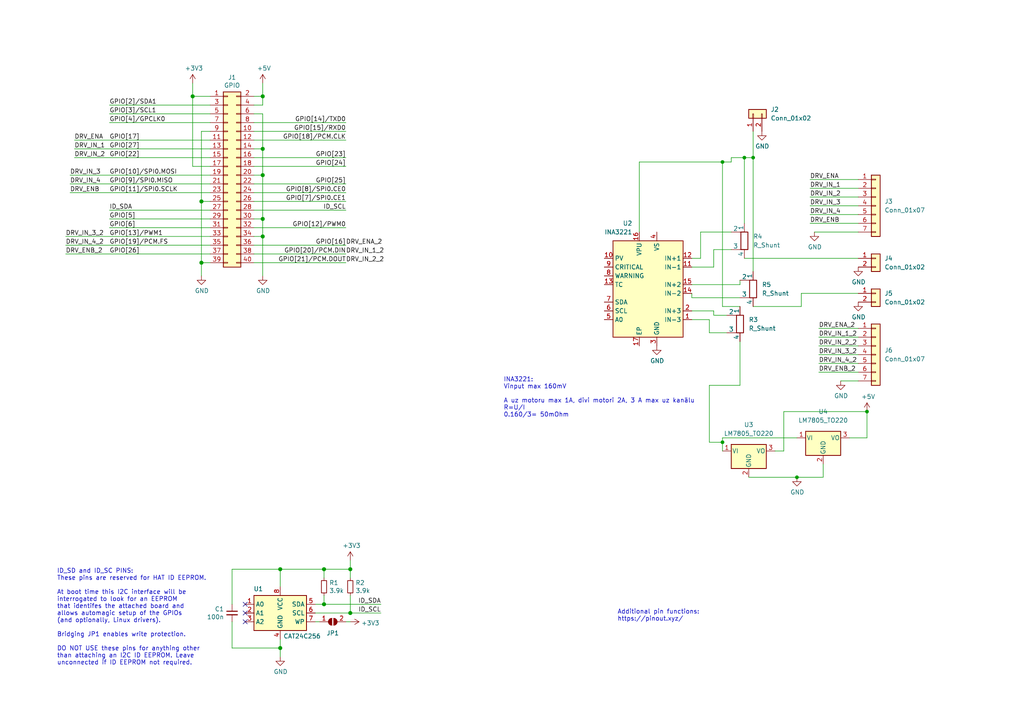
<source format=kicad_sch>
(kicad_sch (version 20211123) (generator eeschema)
  (paper "A4")
  (title_block (date "15 nov 2012"))
  (lib_symbols
    (symbol "Connector_Generic:Conn_01x02" (pin_names (offset 1.016) hide)
      (property "Reference" "J" (at 0 2.54 0))
      (property "Value" "Conn_01x02" (at 0 -5.08 0))
      (symbol "Conn_01x02_1_1"
        (rectangle (start -1.27 -2.413) (end 0 -2.667) (stroke (width 0.1524)))
        (rectangle (start -1.27 0.127) (end 0 -0.127) (stroke (width 0.1524)))
        (rectangle (start -1.27 1.27) (end 1.27 -3.81) (stroke (width 0.254)) (fill (type background)))
        (pin passive line (at -5.08 0 0) (length 3.81) (name "Pin_1") (number "1"))
        (pin passive line (at -5.08 -2.54 0) (length 3.81) (name "Pin_2") (number "2"))
      )
    )
    (symbol "Connector_Generic:Conn_01x07" (pin_names (offset 1.016) hide)
      (property "Reference" "J" (at 0 10.16 0))
      (property "Value" "Conn_01x07" (at 0 -10.16 0))
      (symbol "Conn_01x07_1_1"
        (rectangle (start -1.27 -7.493) (end 0 -7.747) (stroke (width 0.1524)))
        (rectangle (start -1.27 -4.953) (end 0 -5.207) (stroke (width 0.1524)))
        (rectangle (start -1.27 -2.413) (end 0 -2.667) (stroke (width 0.1524)))
        (rectangle (start -1.27 0.127) (end 0 -0.127) (stroke (width 0.1524)))
        (rectangle (start -1.27 2.667) (end 0 2.413) (stroke (width 0.1524)))
        (rectangle (start -1.27 5.207) (end 0 4.953) (stroke (width 0.1524)))
        (rectangle (start -1.27 7.747) (end 0 7.493) (stroke (width 0.1524)))
        (rectangle (start -1.27 8.89) (end 1.27 -8.89) (stroke (width 0.254)) (fill (type background)))
        (pin passive line (at -5.08 7.62 0) (length 3.81) (name "Pin_1") (number "1"))
        (pin passive line (at -5.08 5.08 0) (length 3.81) (name "Pin_2") (number "2"))
        (pin passive line (at -5.08 2.54 0) (length 3.81) (name "Pin_3") (number "3"))
        (pin passive line (at -5.08 0 0) (length 3.81) (name "Pin_4") (number "4"))
        (pin passive line (at -5.08 -2.54 0) (length 3.81) (name "Pin_5") (number "5"))
        (pin passive line (at -5.08 -5.08 0) (length 3.81) (name "Pin_6") (number "6"))
        (pin passive line (at -5.08 -7.62 0) (length 3.81) (name "Pin_7") (number "7"))
      )
    )
    (symbol "Connector_Generic:Conn_02x20_Odd_Even" (pin_names (offset 1.016) hide)
      (property "Reference" "J" (at 1.27 25.4 0))
      (property "Value" "Conn_02x20_Odd_Even" (at 1.27 -27.94 0))
      (symbol "Conn_02x20_Odd_Even_1_1"
        (rectangle (start -1.27 -25.273) (end 0 -25.527) (stroke (width 0.1524)))
        (rectangle (start -1.27 -22.733) (end 0 -22.987) (stroke (width 0.1524)))
        (rectangle (start -1.27 -20.193) (end 0 -20.447) (stroke (width 0.1524)))
        (rectangle (start -1.27 -17.653) (end 0 -17.907) (stroke (width 0.1524)))
        (rectangle (start -1.27 -15.113) (end 0 -15.367) (stroke (width 0.1524)))
        (rectangle (start -1.27 -12.573) (end 0 -12.827) (stroke (width 0.1524)))
        (rectangle (start -1.27 -10.033) (end 0 -10.287) (stroke (width 0.1524)))
        (rectangle (start -1.27 -7.493) (end 0 -7.747) (stroke (width 0.1524)))
        (rectangle (start -1.27 -4.953) (end 0 -5.207) (stroke (width 0.1524)))
        (rectangle (start -1.27 -2.413) (end 0 -2.667) (stroke (width 0.1524)))
        (rectangle (start -1.27 0.127) (end 0 -0.127) (stroke (width 0.1524)))
        (rectangle (start -1.27 2.667) (end 0 2.413) (stroke (width 0.1524)))
        (rectangle (start -1.27 5.207) (end 0 4.953) (stroke (width 0.1524)))
        (rectangle (start -1.27 7.747) (end 0 7.493) (stroke (width 0.1524)))
        (rectangle (start -1.27 10.287) (end 0 10.033) (stroke (width 0.1524)))
        (rectangle (start -1.27 12.827) (end 0 12.573) (stroke (width 0.1524)))
        (rectangle (start -1.27 15.367) (end 0 15.113) (stroke (width 0.1524)))
        (rectangle (start -1.27 17.907) (end 0 17.653) (stroke (width 0.1524)))
        (rectangle (start -1.27 20.447) (end 0 20.193) (stroke (width 0.1524)))
        (rectangle (start -1.27 22.987) (end 0 22.733) (stroke (width 0.1524)))
        (rectangle (start -1.27 24.13) (end 3.81 -26.67) (stroke (width 0.254)) (fill (type background)))
        (rectangle (start 3.81 -25.273) (end 2.54 -25.527) (stroke (width 0.1524)))
        (rectangle (start 3.81 -22.733) (end 2.54 -22.987) (stroke (width 0.1524)))
        (rectangle (start 3.81 -20.193) (end 2.54 -20.447) (stroke (width 0.1524)))
        (rectangle (start 3.81 -17.653) (end 2.54 -17.907) (stroke (width 0.1524)))
        (rectangle (start 3.81 -15.113) (end 2.54 -15.367) (stroke (width 0.1524)))
        (rectangle (start 3.81 -12.573) (end 2.54 -12.827) (stroke (width 0.1524)))
        (rectangle (start 3.81 -10.033) (end 2.54 -10.287) (stroke (width 0.1524)))
        (rectangle (start 3.81 -7.493) (end 2.54 -7.747) (stroke (width 0.1524)))
        (rectangle (start 3.81 -4.953) (end 2.54 -5.207) (stroke (width 0.1524)))
        (rectangle (start 3.81 -2.413) (end 2.54 -2.667) (stroke (width 0.1524)))
        (rectangle (start 3.81 0.127) (end 2.54 -0.127) (stroke (width 0.1524)))
        (rectangle (start 3.81 2.667) (end 2.54 2.413) (stroke (width 0.1524)))
        (rectangle (start 3.81 5.207) (end 2.54 4.953) (stroke (width 0.1524)))
        (rectangle (start 3.81 7.747) (end 2.54 7.493) (stroke (width 0.1524)))
        (rectangle (start 3.81 10.287) (end 2.54 10.033) (stroke (width 0.1524)))
        (rectangle (start 3.81 12.827) (end 2.54 12.573) (stroke (width 0.1524)))
        (rectangle (start 3.81 15.367) (end 2.54 15.113) (stroke (width 0.1524)))
        (rectangle (start 3.81 17.907) (end 2.54 17.653) (stroke (width 0.1524)))
        (rectangle (start 3.81 20.447) (end 2.54 20.193) (stroke (width 0.1524)))
        (rectangle (start 3.81 22.987) (end 2.54 22.733) (stroke (width 0.1524)))
        (pin passive line (at -5.08 22.86 0) (length 3.81) (name "Pin_1") (number "1"))
        (pin passive line (at 7.62 12.7 180) (length 3.81) (name "Pin_10") (number "10"))
        (pin passive line (at -5.08 10.16 0) (length 3.81) (name "Pin_11") (number "11"))
        (pin passive line (at 7.62 10.16 180) (length 3.81) (name "Pin_12") (number "12"))
        (pin passive line (at -5.08 7.62 0) (length 3.81) (name "Pin_13") (number "13"))
        (pin passive line (at 7.62 7.62 180) (length 3.81) (name "Pin_14") (number "14"))
        (pin passive line (at -5.08 5.08 0) (length 3.81) (name "Pin_15") (number "15"))
        (pin passive line (at 7.62 5.08 180) (length 3.81) (name "Pin_16") (number "16"))
        (pin passive line (at -5.08 2.54 0) (length 3.81) (name "Pin_17") (number "17"))
        (pin passive line (at 7.62 2.54 180) (length 3.81) (name "Pin_18") (number "18"))
        (pin passive line (at -5.08 0 0) (length 3.81) (name "Pin_19") (number "19"))
        (pin passive line (at 7.62 22.86 180) (length 3.81) (name "Pin_2") (number "2"))
        (pin passive line (at 7.62 0 180) (length 3.81) (name "Pin_20") (number "20"))
        (pin passive line (at -5.08 -2.54 0) (length 3.81) (name "Pin_21") (number "21"))
        (pin passive line (at 7.62 -2.54 180) (length 3.81) (name "Pin_22") (number "22"))
        (pin passive line (at -5.08 -5.08 0) (length 3.81) (name "Pin_23") (number "23"))
        (pin passive line (at 7.62 -5.08 180) (length 3.81) (name "Pin_24") (number "24"))
        (pin passive line (at -5.08 -7.62 0) (length 3.81) (name "Pin_25") (number "25"))
        (pin passive line (at 7.62 -7.62 180) (length 3.81) (name "Pin_26") (number "26"))
        (pin passive line (at -5.08 -10.16 0) (length 3.81) (name "Pin_27") (number "27"))
        (pin passive line (at 7.62 -10.16 180) (length 3.81) (name "Pin_28") (number "28"))
        (pin passive line (at -5.08 -12.7 0) (length 3.81) (name "Pin_29") (number "29"))
        (pin passive line (at -5.08 20.32 0) (length 3.81) (name "Pin_3") (number "3"))
        (pin passive line (at 7.62 -12.7 180) (length 3.81) (name "Pin_30") (number "30"))
        (pin passive line (at -5.08 -15.24 0) (length 3.81) (name "Pin_31") (number "31"))
        (pin passive line (at 7.62 -15.24 180) (length 3.81) (name "Pin_32") (number "32"))
        (pin passive line (at -5.08 -17.78 0) (length 3.81) (name "Pin_33") (number "33"))
        (pin passive line (at 7.62 -17.78 180) (length 3.81) (name "Pin_34") (number "34"))
        (pin passive line (at -5.08 -20.32 0) (length 3.81) (name "Pin_35") (number "35"))
        (pin passive line (at 7.62 -20.32 180) (length 3.81) (name "Pin_36") (number "36"))
        (pin passive line (at -5.08 -22.86 0) (length 3.81) (name "Pin_37") (number "37"))
        (pin passive line (at 7.62 -22.86 180) (length 3.81) (name "Pin_38") (number "38"))
        (pin passive line (at -5.08 -25.4 0) (length 3.81) (name "Pin_39") (number "39"))
        (pin passive line (at 7.62 20.32 180) (length 3.81) (name "Pin_4") (number "4"))
        (pin passive line (at 7.62 -25.4 180) (length 3.81) (name "Pin_40") (number "40"))
        (pin passive line (at -5.08 17.78 0) (length 3.81) (name "Pin_5") (number "5"))
        (pin passive line (at 7.62 17.78 180) (length 3.81) (name "Pin_6") (number "6"))
        (pin passive line (at -5.08 15.24 0) (length 3.81) (name "Pin_7") (number "7"))
        (pin passive line (at 7.62 15.24 180) (length 3.81) (name "Pin_8") (number "8"))
        (pin passive line (at -5.08 12.7 0) (length 3.81) (name "Pin_9") (number "9"))
      )
    )
    (symbol "Device:C_Small" (pin_numbers hide) (pin_names (offset 0.254) hide)
      (property "Reference" "C" (at 0.254 1.778 0))
      (property "Value" "C_Small" (at 0.254 -2.032 0))
      (symbol "C_Small_0_1"
        (polyline (pts (xy -1.524 -0.508) (xy 1.524 -0.508)) (stroke (width 0.3302)))
        (polyline (pts (xy -1.524 0.508) (xy 1.524 0.508)) (stroke (width 0.3048)))
      )
      (symbol "C_Small_1_1"
        (pin passive line (at 0 2.54 270) (length 2.032) (name "~") (number "1"))
        (pin passive line (at 0 -2.54 90) (length 2.032) (name "~") (number "2"))
      )
    )
    (symbol "Device:R_Shunt" (pin_numbers hide) (pin_names (offset 0))
      (property "Reference" "R" (at -4.445 0 90))
      (property "Value" "R_Shunt" (at -2.54 0 90))
      (symbol "R_Shunt_0_1"
        (rectangle (start -1.016 -2.54) (end 1.016 2.54) (stroke (width 0.254)))
        (polyline (pts (xy 0 -2.54) (xy 1.27 -2.54)))
        (polyline (pts (xy 1.27 2.54) (xy 0 2.54)))
      )
      (symbol "R_Shunt_1_1"
        (pin passive line (at 0 5.08 270) (length 2.54) (name "1") (number "1"))
        (pin passive line (at 3.81 2.54 180) (length 2.54) (name "2") (number "2"))
        (pin passive line (at 3.81 -2.54 180) (length 2.54) (name "3") (number "3"))
        (pin passive line (at 0 -5.08 90) (length 2.54) (name "4") (number "4"))
      )
    )
    (symbol "Device:R_Small" (pin_numbers hide) (pin_names (offset 0.254) hide)
      (property "Reference" "R" (at 0.762 0.508 0))
      (property "Value" "R_Small" (at 0.762 -1.016 0))
      (symbol "R_Small_0_1"
        (rectangle (start -0.762 1.778) (end 0.762 -1.778) (stroke (width 0.2032)))
      )
      (symbol "R_Small_1_1"
        (pin passive line (at 0 2.54 270) (length 0.762) (name "~") (number "1"))
        (pin passive line (at 0 -2.54 90) (length 0.762) (name "~") (number "2"))
      )
    )
    (symbol "Jumper:SolderJumper_2_Open" (pin_names (offset 0) hide)
      (property "Reference" "JP" (at 0 2.032 0))
      (property "Value" "SolderJumper_2_Open" (at 0 -2.54 0))
      (symbol "SolderJumper_2_Open_0_1"
        (arc (start -0.254 1.016) (mid -1.27 0) (end -0.254 -1.016))
        (arc (start -0.254 1.016) (mid -1.27 0) (end -0.254 -1.016) (fill (type outline)))
        (polyline (pts (xy -0.254 1.016) (xy -0.254 -1.016)))
        (polyline (pts (xy 0.254 1.016) (xy 0.254 -1.016)))
        (arc (start 0.254 -1.016) (mid 1.27 0) (end 0.254 1.016))
        (arc (start 0.254 -1.016) (mid 1.27 0) (end 0.254 1.016) (fill (type outline)))
      )
      (symbol "SolderJumper_2_Open_1_1"
        (pin passive line (at -3.81 0 0) (length 2.54) (name "A") (number "1"))
        (pin passive line (at 3.81 0 180) (length 2.54) (name "B") (number "2"))
      )
    )
    (symbol "Memory_EEPROM:CAT24C256"
      (property "Reference" "U" (at -6.35 6.35 0))
      (property "Value" "CAT24C256" (at 1.27 6.35 0))
      (symbol "CAT24C256_1_1"
        (rectangle (start -7.62 5.08) (end 7.62 -5.08) (stroke (width 0.254)) (fill (type background)))
        (pin input line (at -10.16 2.54 0) (length 2.54) (name "A0") (number "1"))
        (pin input line (at -10.16 0 0) (length 2.54) (name "A1") (number "2"))
        (pin input line (at -10.16 -2.54 0) (length 2.54) (name "A2") (number "3"))
        (pin power_in line (at 0 -7.62 90) (length 2.54) (name "GND") (number "4"))
        (pin bidirectional line (at 10.16 2.54 180) (length 2.54) (name "SDA") (number "5"))
        (pin input line (at 10.16 0 180) (length 2.54) (name "SCL") (number "6"))
        (pin input line (at 10.16 -2.54 180) (length 2.54) (name "WP") (number "7"))
        (pin power_in line (at 0 7.62 270) (length 2.54) (name "VCC") (number "8"))
      )
    )
    (symbol "Power_Management:INA3221"
      (property "Reference" "U" (at -10.16 17.78 0))
      (property "Value" "INA3221" (at 5.08 17.78 0))
      (symbol "INA3221_0_1"
        (rectangle (start 10.16 -12.7) (end -10.16 15.24) (stroke (width 0.254)) (fill (type background)))
      )
      (symbol "INA3221_1_1"
        (pin input line (at -12.7 -7.62 0) (length 2.54) (name "IN-3") (number "1"))
        (pin open_collector line (at 12.7 10.16 180) (length 2.54) (name "PV") (number "10"))
        (pin input line (at -12.7 7.62 0) (length 2.54) (name "IN-1") (number "11"))
        (pin input line (at -12.7 10.16 0) (length 2.54) (name "IN+1") (number "12"))
        (pin open_collector line (at 12.7 2.54 180) (length 2.54) (name "TC") (number "13"))
        (pin input line (at -12.7 0 0) (length 2.54) (name "IN-2") (number "14"))
        (pin input line (at -12.7 2.54 0) (length 2.54) (name "IN+2") (number "15"))
        (pin power_in line (at 2.54 17.78 270) (length 2.54) (name "VPU") (number "16"))
        (pin passive line (at 2.54 -15.24 90) (length 2.54) (name "EP") (number "17"))
        (pin input line (at -12.7 -5.08 0) (length 2.54) (name "IN+3") (number "2"))
        (pin power_in line (at -2.54 -15.24 90) (length 2.54) (name "GND") (number "3"))
        (pin power_in line (at -2.54 17.78 270) (length 2.54) (name "VS") (number "4"))
        (pin input line (at 12.7 -7.62 180) (length 2.54) (name "A0") (number "5"))
        (pin input line (at 12.7 -5.08 180) (length 2.54) (name "SCL") (number "6"))
        (pin bidirectional line (at 12.7 -2.54 180) (length 2.54) (name "SDA") (number "7"))
        (pin open_collector line (at 12.7 5.08 180) (length 2.54) (name "WARNING") (number "8"))
        (pin open_collector line (at 12.7 7.62 180) (length 2.54) (name "CRITICAL") (number "9"))
      )
    )
    (symbol "Regulator_Linear:LM7805_TO220" (pin_names (offset 0.254))
      (property "Reference" "U" (at -3.81 3.175 0))
      (property "Value" "LM7805_TO220" (at 0 3.175 0))
      (symbol "LM7805_TO220_0_1"
        (rectangle (start -5.08 1.905) (end 5.08 -5.08) (stroke (width 0.254)) (fill (type background)))
      )
      (symbol "LM7805_TO220_1_1"
        (pin power_in line (at -7.62 0 0) (length 2.54) (name "VI") (number "1"))
        (pin power_in line (at 0 -7.62 90) (length 2.54) (name "GND") (number "2"))
        (pin power_out line (at 7.62 0 180) (length 2.54) (name "VO") (number "3"))
      )
    )
    (symbol "power:+3.3V" (power) (pin_names (offset 0))
      (property "Value" "+3.3V" (at 0 3.556 0))
      (symbol "+3.3V_0_1"
        (polyline (pts (xy -0.762 1.27) (xy 0 2.54)))
        (polyline (pts (xy 0 0) (xy 0 2.54)))
        (polyline (pts (xy 0 2.54) (xy 0.762 1.27)))
      )
      (symbol "+3.3V_1_1"
        (pin power_in line (at 0 0 90) (length 0) hide (name "+3V3") (number "1"))
      )
    )
    (symbol "power:+5V" (power) (pin_names (offset 0))
      (property "Value" "+5V" (at 0 3.556 0))
      (symbol "+5V_0_1"
        (polyline (pts (xy -0.762 1.27) (xy 0 2.54)))
        (polyline (pts (xy 0 0) (xy 0 2.54)))
        (polyline (pts (xy 0 2.54) (xy 0.762 1.27)))
      )
      (symbol "+5V_1_1"
        (pin power_in line (at 0 0 90) (length 0) hide (name "+5V") (number "1"))
      )
    )
    (symbol "power:GND" (power) (pin_names (offset 0))
      (property "Value" "GND" (at 0 -3.81 0))
      (symbol "GND_0_1"
        (polyline (pts (xy 0 0) (xy 0 -1.27) (xy 1.27 -1.27) (xy 0 -2.54) (xy -1.27 -1.27) (xy 0 -1.27)))
      )
      (symbol "GND_1_1"
        (pin power_in line (at 0 0 270) (length 0) hide (name "GND") (number "1"))
      )
    )
  )
  (junction (at 93.98 175.26) (diameter 1.016))
  (junction (at 76.2 27.94) (diameter 1.016))
  (junction (at 81.28 187.96) (diameter 1.016))
  (junction (at 76.2 43.18) (diameter 1.016))
  (junction (at 81.28 165.1) (diameter 1.016))
  (junction (at 101.6 165.1) (diameter 1.016))
  (junction (at 209.55 46.99))
  (junction (at 231.14 138.43))
  (junction (at 215.9 45.72))
  (junction (at 58.42 76.2) (diameter 1.016))
  (junction (at 58.42 58.42) (diameter 1.016))
  (junction (at 251.46 119.38))
  (junction (at 76.2 68.58) (diameter 1.016))
  (junction (at 218.44 45.72))
  (junction (at 209.55 128.27))
  (junction (at 76.2 63.5) (diameter 1.016))
  (junction (at 76.2 50.8) (diameter 1.016))
  (junction (at 101.6 177.8) (diameter 1.016))
  (junction (at 55.88 27.94) (diameter 1.016))
  (junction (at 93.98 165.1) (diameter 1.016))
  (no_connect (at 71.12 175.26))
  (no_connect (at 71.12 177.8))
  (no_connect (at 71.12 180.34))
  (wire (pts (xy 58.42 58.42) (xy 58.42 76.2)))
  (wire (pts (xy 234.95 54.61) (xy 248.92 54.61)))
  (wire (pts (xy 73.66 58.42) (xy 100.33 58.42)))
  (wire (pts (xy 224.79 130.81) (xy 227.33 130.81)))
  (wire (pts (xy 237.49 102.87) (xy 248.92 102.87)))
  (wire (pts (xy 81.28 165.1) (xy 93.98 165.1)))
  (wire (pts (xy 101.6 165.1) (xy 93.98 165.1)))
  (wire (pts (xy 101.6 167.64) (xy 101.6 165.1)))
  (wire (pts (xy 212.09 45.72) (xy 215.9 45.72)))
  (wire (pts (xy 76.2 33.02) (xy 76.2 43.18)))
  (wire (pts (xy 243.84 110.49) (xy 248.92 110.49)))
  (wire (pts (xy 76.2 50.8) (xy 73.66 50.8)))
  (wire (pts (xy 227.33 130.81) (xy 227.33 119.38)))
  (wire (pts (xy 218.44 45.72) (xy 215.9 45.72)))
  (wire (pts (xy 203.2 74.93) (xy 203.2 67.31)))
  (wire (pts (xy 76.2 63.5) (xy 76.2 68.58)))
  (wire (pts (xy 205.74 128.27) (xy 209.55 128.27)))
  (wire (pts (xy 209.55 127) (xy 209.55 128.27)))
  (wire (pts (xy 215.9 74.93) (xy 248.92 74.93)))
  (wire (pts (xy 210.82 96.52) (xy 205.74 96.52)))
  (wire (pts (xy 76.2 50.8) (xy 76.2 63.5)))
  (wire (pts (xy 73.66 35.56) (xy 100.33 35.56)))
  (wire (pts (xy 58.42 38.1) (xy 58.42 58.42)))
  (wire (pts (xy 91.44 175.26) (xy 93.98 175.26)))
  (wire (pts (xy 93.98 175.26) (xy 110.49 175.26)))
  (wire (pts (xy 237.49 97.79) (xy 248.92 97.79)))
  (wire (pts (xy 58.42 38.1) (xy 60.96 38.1)))
  (wire (pts (xy 91.44 180.34) (xy 92.71 180.34)))
  (wire (pts (xy 100.33 180.34) (xy 101.6 180.34)))
  (wire (pts (xy 73.66 55.88) (xy 100.33 55.88)))
  (wire (pts (xy 238.76 134.62) (xy 238.76 138.43)))
  (wire (pts (xy 60.96 60.96) (xy 31.75 60.96)))
  (wire (pts (xy 207.01 91.44) (xy 210.82 91.44)))
  (wire (pts (xy 251.46 119.38) (xy 251.46 127)))
  (wire (pts (xy 31.75 63.5) (xy 60.96 63.5)))
  (wire (pts (xy 209.55 46.99) (xy 209.55 88.9)))
  (wire (pts (xy 200.66 74.93) (xy 203.2 74.93)))
  (wire (pts (xy 215.9 45.72) (xy 215.9 64.77)))
  (wire (pts (xy 205.74 111.76) (xy 205.74 128.27)))
  (wire (pts (xy 58.42 58.42) (xy 60.96 58.42)))
  (wire (pts (xy 101.6 162.56) (xy 101.6 165.1)))
  (wire (pts (xy 200.66 82.55) (xy 214.63 82.55)))
  (wire (pts (xy 73.66 45.72) (xy 100.33 45.72)))
  (wire (pts (xy 81.28 165.1) (xy 81.28 170.18)))
  (wire (pts (xy 214.63 99.06) (xy 214.63 111.76)))
  (wire (pts (xy 231.14 127) (xy 209.55 127)))
  (wire (pts (xy 73.66 76.2) (xy 100.33 76.2)))
  (wire (pts (xy 58.42 76.2) (xy 58.42 80.01)))
  (wire (pts (xy 21.59 43.18) (xy 60.96 43.18)))
  (wire (pts (xy 101.6 172.72) (xy 101.6 177.8)))
  (wire (pts (xy 55.88 24.13) (xy 55.88 27.94)))
  (wire (pts (xy 76.2 68.58) (xy 73.66 68.58)))
  (wire (pts (xy 232.41 85.09) (xy 248.92 85.09)))
  (wire (pts (xy 185.42 67.31) (xy 185.42 46.99)))
  (wire (pts (xy 31.75 33.02) (xy 60.96 33.02)))
  (wire (pts (xy 236.22 67.31) (xy 248.92 67.31)))
  (wire (pts (xy 234.95 64.77) (xy 248.92 64.77)))
  (wire (pts (xy 209.55 46.99) (xy 212.09 46.99)))
  (wire (pts (xy 20.32 55.88) (xy 60.96 55.88)))
  (wire (pts (xy 207.01 90.17) (xy 207.01 91.44)))
  (wire (pts (xy 205.74 92.71) (xy 200.66 92.71)))
  (wire (pts (xy 55.88 48.26) (xy 60.96 48.26)))
  (wire (pts (xy 214.63 86.36) (xy 200.66 86.36)))
  (wire (pts (xy 60.96 30.48) (xy 31.75 30.48)))
  (wire (pts (xy 76.2 27.94) (xy 76.2 30.48)))
  (wire (pts (xy 218.44 88.9) (xy 232.41 88.9)))
  (wire (pts (xy 76.2 43.18) (xy 76.2 50.8)))
  (wire (pts (xy 73.66 40.64) (xy 100.33 40.64)))
  (wire (pts (xy 76.2 43.18) (xy 73.66 43.18)))
  (wire (pts (xy 207.01 77.47) (xy 200.66 77.47)))
  (wire (pts (xy 76.2 24.13) (xy 76.2 27.94)))
  (wire (pts (xy 214.63 111.76) (xy 205.74 111.76)))
  (wire (pts (xy 31.75 35.56) (xy 60.96 35.56)))
  (wire (pts (xy 93.98 165.1) (xy 93.98 167.64)))
  (wire (pts (xy 76.2 27.94) (xy 73.66 27.94)))
  (wire (pts (xy 207.01 72.39) (xy 207.01 77.47)))
  (wire (pts (xy 55.88 27.94) (xy 55.88 48.26)))
  (wire (pts (xy 73.66 48.26) (xy 100.33 48.26)))
  (wire (pts (xy 73.66 38.1) (xy 100.33 38.1)))
  (wire (pts (xy 218.44 78.74) (xy 218.44 45.72)))
  (wire (pts (xy 93.98 172.72) (xy 93.98 175.26)))
  (wire (pts (xy 203.2 67.31) (xy 212.09 67.31)))
  (wire (pts (xy 205.74 96.52) (xy 205.74 92.71)))
  (wire (pts (xy 91.44 177.8) (xy 101.6 177.8)))
  (wire (pts (xy 101.6 177.8) (xy 110.49 177.8)))
  (wire (pts (xy 185.42 46.99) (xy 209.55 46.99)))
  (wire (pts (xy 21.59 45.72) (xy 60.96 45.72)))
  (wire (pts (xy 20.32 53.34) (xy 60.96 53.34)))
  (wire (pts (xy 212.09 46.99) (xy 212.09 45.72)))
  (wire (pts (xy 218.44 38.1) (xy 218.44 45.72)))
  (wire (pts (xy 31.75 66.04) (xy 60.96 66.04)))
  (wire (pts (xy 76.2 30.48) (xy 73.66 30.48)))
  (wire (pts (xy 251.46 127) (xy 246.38 127)))
  (wire (pts (xy 200.66 86.36) (xy 200.66 85.09)))
  (wire (pts (xy 234.95 59.69) (xy 248.92 59.69)))
  (wire (pts (xy 19.05 71.12) (xy 60.96 71.12)))
  (wire (pts (xy 73.66 71.12) (xy 100.33 71.12)))
  (wire (pts (xy 217.17 138.43) (xy 231.14 138.43)))
  (wire (pts (xy 234.95 52.07) (xy 248.92 52.07)))
  (wire (pts (xy 73.66 66.04) (xy 100.33 66.04)))
  (wire (pts (xy 58.42 76.2) (xy 60.96 76.2)))
  (wire (pts (xy 237.49 100.33) (xy 248.92 100.33)))
  (wire (pts (xy 73.66 73.66) (xy 100.33 73.66)))
  (wire (pts (xy 76.2 33.02) (xy 73.66 33.02)))
  (wire (pts (xy 19.05 73.66) (xy 60.96 73.66)))
  (wire (pts (xy 231.14 138.43) (xy 238.76 138.43)))
  (wire (pts (xy 200.66 90.17) (xy 207.01 90.17)))
  (wire (pts (xy 214.63 82.55) (xy 214.63 81.28)))
  (wire (pts (xy 234.95 57.15) (xy 248.92 57.15)))
  (wire (pts (xy 67.31 165.1) (xy 67.31 175.26)))
  (wire (pts (xy 67.31 180.34) (xy 67.31 187.96)))
  (wire (pts (xy 67.31 187.96) (xy 81.28 187.96)))
  (wire (pts (xy 81.28 165.1) (xy 67.31 165.1)))
  (wire (pts (xy 227.33 119.38) (xy 251.46 119.38)))
  (wire (pts (xy 81.28 185.42) (xy 81.28 187.96)))
  (wire (pts (xy 81.28 187.96) (xy 81.28 190.5)))
  (wire (pts (xy 237.49 107.95) (xy 248.92 107.95)))
  (wire (pts (xy 209.55 128.27) (xy 209.55 130.81)))
  (wire (pts (xy 209.55 88.9) (xy 214.63 88.9)))
  (wire (pts (xy 76.2 68.58) (xy 76.2 80.01)))
  (wire (pts (xy 73.66 53.34) (xy 100.33 53.34)))
  (wire (pts (xy 19.05 68.58) (xy 60.96 68.58)))
  (wire (pts (xy 21.59 40.64) (xy 60.96 40.64)))
  (wire (pts (xy 237.49 95.25) (xy 248.92 95.25)))
  (wire (pts (xy 207.01 72.39) (xy 212.09 72.39)))
  (wire (pts (xy 237.49 105.41) (xy 248.92 105.41)))
  (wire (pts (xy 76.2 63.5) (xy 73.66 63.5)))
  (wire (pts (xy 55.88 27.94) (xy 60.96 27.94)))
  (wire (pts (xy 234.95 62.23) (xy 248.92 62.23)))
  (wire (pts (xy 20.32 50.8) (xy 60.96 50.8)))
  (wire (pts (xy 73.66 60.96) (xy 100.33 60.96)))
  (wire (pts (xy 232.41 88.9) (xy 232.41 85.09)))
  (text "Additional pin functions:\nhttps://pinout.xyz/" (at 179.07 180.34 0) (effects (font (size 1.27 1.27)) (justify left bottom)))
  (text "ID_SD and ID_SC PINS:\nThese pins are reserved for HAT ID EEPROM.\n\nAt boot time this I2C interface will be\ninterrogated to look for an EEPROM\nthat identifes the attached board and\nallows automagic setup of the GPIOs\n(and optionally, Linux drivers).\n\nBridging JP1 enables write protection.\n\nDO NOT USE these pins for anything other\nthan attaching an I2C ID EEPROM. Leave\nunconnected if ID EEPROM not required." (at 16.51 193.04 0) (effects (font (size 1.27 1.27)) (justify left bottom)))
  (text "INA3221:\nVinput max 160mV\n\nA uz motoru max 1A, divi motori 2A, 3 A max uz kanālu\nR=U/I\n0.160/3= 50mOhm\n\n" (at 146.05 123.19 0) (effects (font (size 1.27 1.27)) (justify left bottom)))
  (label "ID_SDA" (at 31.75 60.96 0))
  (label "GPIO[6]" (at 31.75 66.04 0))
  (label "DRV_IN_2" (at 234.95 57.15 0))
  (label "ID_SDA" (at 110.49 175.26 180))
  (label "DRV_ENA" (at 234.95 52.07 0))
  (label "ID_SCL" (at 100.33 60.96 180))
  (label "GPIO[5]" (at 31.75 63.5 0))
  (label "DRV_IN_1_2" (at 237.49 97.79 0))
  (label "GPIO[21]{slash}PCM.DOUT" (at 100.33 76.2 180))
  (label "GPIO[19]{slash}PCM.FS" (at 31.75 71.12 0))
  (label "DRV_IN_3_2" (at 237.49 102.87 0))
  (label "GPIO[10]{slash}SPI0.MOSI" (at 31.75 50.8 0))
  (label "GPIO[9]{slash}SPI0.MISO" (at 31.75 53.34 0))
  (label "GPIO[23]" (at 100.33 45.72 180))
  (label "GPIO[4]{slash}GPCLK0" (at 31.75 35.56 0))
  (label "DRV_ENB_2" (at 19.05 73.66 0))
  (label "DRV_ENB" (at 20.32 55.88 0))
  (label "GPIO[27]" (at 31.75 43.18 0))
  (label "GPIO[26]" (at 31.75 73.66 0))
  (label "GPIO[14]{slash}TXD0" (at 100.33 35.56 180))
  (label "DRV_ENB_2" (at 237.49 107.95 0))
  (label "GPIO[8]{slash}SPI0.CE0" (at 100.33 55.88 180))
  (label "GPIO[15]{slash}RXD0" (at 100.33 38.1 180))
  (label "DRV_IN_4_2" (at 19.05 71.12 0))
  (label "GPIO[16]" (at 100.33 71.12 180))
  (label "GPIO[22]" (at 31.75 45.72 0))
  (label "GPIO[2]{slash}SDA1" (at 31.75 30.48 0))
  (label "GPIO[17]" (at 31.75 40.64 0))
  (label "DRV_IN_4" (at 234.95 62.23 0))
  (label "DRV_IN_1" (at 21.59 43.18 0))
  (label "GPIO[25]" (at 100.33 53.34 180))
  (label "GPIO[3]{slash}SCL1" (at 31.75 33.02 0))
  (label "GPIO[18]{slash}PCM.CLK" (at 100.33 40.64 180))
  (label "GPIO[12]{slash}PWM0" (at 100.33 66.04 180))
  (label "DRV_IN_3" (at 20.32 50.8 0))
  (label "DRV_ENA" (at 21.59 40.64 0))
  (label "GPIO[13]{slash}PWM1" (at 31.75 68.58 0))
  (label "DRV_IN_3" (at 234.95 59.69 0))
  (label "GPIO[20]{slash}PCM.DIN" (at 100.33 73.66 180))
  (label "GPIO[24]" (at 100.33 48.26 180))
  (label "GPIO[7]{slash}SPI0.CE1" (at 100.33 58.42 180))
  (label "DRV_IN_1" (at 234.95 54.61 0))
  (label "DRV_IN_4" (at 20.32 53.34 0))
  (label "DRV_ENA_2" (at 100.33 71.12 0))
  (label "DRV_IN_2" (at 21.59 45.72 0))
  (label "DRV_IN_2_2" (at 100.33 76.2 0))
  (label "ID_SCL" (at 110.49 177.8 180))
  (label "DRV_IN_1_2" (at 100.33 73.66 0))
  (label "DRV_IN_2_2" (at 237.49 100.33 0))
  (label "DRV_ENA_2" (at 237.49 95.25 0))
  (label "DRV_IN_4_2" (at 237.49 105.41 0))
  (label "DRV_ENB" (at 234.95 64.77 0))
  (label "GPIO[11]{slash}SPI0.SCLK" (at 31.75 55.88 0))
  (label "DRV_IN_3_2" (at 19.05 68.58 0))
  (symbol (lib_id "power:+5V") (at 76.2 24.13 0) (unit 1)
    (property "Reference" "#PWR01" (effects hide))
    (property "Value" "+5V" (at 76.5683 19.8056 0))
  )
  (symbol (lib_id "power:+3.3V") (at 55.88 24.13 0) (unit 1)
    (property "Reference" "#PWR04" (effects hide))
    (property "Value" "+3.3V" (at 56.2483 19.8056 0))
  )
  (symbol (lib_id "power:GND") (at 76.2 80.01 0) (unit 1)
    (property "Reference" "#PWR02" (effects hide))
    (property "Value" "GND" (at 76.3143 84.3344 0))
  )
  (symbol (lib_id "power:GND") (at 58.42 80.01 0) (unit 1)
    (property "Reference" "#PWR03" (effects hide))
    (property "Value" "GND" (at 58.5343 84.3344 0))
  )
  (symbol (lib_id "Connector_Generic:Conn_02x20_Odd_Even") (at 66.04 50.8 0) (unit 1)
    (property "Reference" "J1" (at 67.31 22.4598 0))
    (property "Value" "GPIO" (at 67.31 24.765 0))
    (property "Footprint" "Connector_PinSocket_2.54mm:PinSocket_2x20_P2.54mm_Vertical" (effects hide))
  )
  (symbol (lib_id "Regulator_Linear:LM7805_TO220") (at 217.17 130.81 0) (unit 1)
    (property "Reference" "U3" (at 217.17 123.19 0))
    (property "Value" "LM7805_TO220" (at 217.17 125.73 0))
    (property "Footprint" "Package_TO_SOT_THT:TO-220-3_Vertical" (effects hide))
    (property "Datasheet" "https://www.onsemi.cn/PowerSolutions/document/MC7800-D.PDF" (effects hide))
  )
  (symbol (lib_id "Device:C_Small") (at 67.31 177.8 0) (unit 1)
    (property "Reference" "C1" (at 64.9858 176.6506 0) (effects (justify right)))
    (property "Value" "100n" (at 64.9858 178.9493 0) (effects (justify right)))
  )
  (symbol (lib_id "Device:R_Shunt") (at 215.9 69.85 0) (mirror y) (unit 1)
    (property "Reference" "R4" (at 218.44 68.5799 0) (effects (justify right)))
    (property "Value" "R_Shunt" (at 218.44 71.1199 0) (effects (justify right)))
    (property "Footprint" "Resistor_SMD:R_Shunt_Vishay_WSK2512_6332Metric_T1.19mm" (effects hide))
  )
  (symbol (lib_id "Connector_Generic:Conn_01x07") (at 254 102.87 0) (unit 1)
    (property "Reference" "J6" (at 256.54 101.5999 0) (effects (justify left)))
    (property "Value" "Conn_01x07" (at 256.54 104.1399 0) (effects (justify left)))
    (property "Footprint" "Connector_JST:JST_XH_B7B-XH-A_1x07_P2.50mm_Vertical" (effects hide))
  )
  (symbol (lib_id "Connector_Generic:Conn_01x02") (at 254 85.09 0) (unit 1)
    (property "Reference" "J5" (at 256.54 85.0899 0) (effects (justify left)))
    (property "Value" "Conn_01x02" (at 256.54 87.6299 0) (effects (justify left)))
    (property "Footprint" "Connector_JST:JST_XH_B2B-XH-A_1x02_P2.50mm_Vertical" (effects hide))
  )
  (symbol (lib_id "Device:R_Small") (at 93.98 170.18 0) (unit 1)
    (property "Reference" "R1" (at 95.4786 169.037 0) (effects (justify left)))
    (property "Value" "3.9k" (at 95.4787 171.3293 0) (effects (justify left)))
  )
  (symbol (lib_id "power:GND") (at 243.84 110.49 0) (unit 1)
    (property "Reference" "#PWR0104" (effects hide))
    (property "Value" "GND" (at 243.9543 114.8144 0))
  )
  (symbol (lib_id "Connector_Generic:Conn_01x02") (at 254 74.93 0) (unit 1)
    (property "Reference" "J4" (at 256.54 74.9299 0) (effects (justify left)))
    (property "Value" "Conn_01x02" (at 256.54 77.4699 0) (effects (justify left)))
    (property "Footprint" "Connector_JST:JST_XH_B2B-XH-A_1x02_P2.50mm_Vertical" (effects hide))
  )
  (symbol (lib_id "Jumper:SolderJumper_2_Open") (at 96.52 180.34 0) (unit 1)
    (property "Reference" "JP1" (at 96.52 183.623 0))
    (property "Value" "ID_WP" (effects hide))
  )
  (symbol (lib_id "Connector_Generic:Conn_01x02") (at 218.44 33.02 90) (unit 1)
    (property "Reference" "J2" (at 223.52 31.7499 90) (effects (justify right)))
    (property "Value" "Conn_01x02" (at 223.52 34.2899 90) (effects (justify right)))
    (property "Footprint" "TerminalBlock:TerminalBlock_bornier-2_P5.08mm" (effects hide))
  )
  (symbol (lib_id "Device:R_Small") (at 101.6 170.18 0) (unit 1)
    (property "Reference" "R2" (at 103.0986 169.037 0) (effects (justify left)))
    (property "Value" "3.9k" (at 103.0987 171.3293 0) (effects (justify left)))
  )
  (symbol (lib_id "power:+3.3V") (at 101.6 162.56 0) (unit 1)
    (property "Reference" "#PWR0101" (effects hide))
    (property "Value" "+3.3V" (at 101.9683 158.2356 0))
  )
  (symbol (lib_id "Memory_EEPROM:CAT24C256") (at 81.28 177.8 0) (unit 1)
    (property "Reference" "U1" (at 74.93 170.7958 0))
    (property "Value" "CAT24C256" (at 87.63 184.5245 0))
    (property "Datasheet" "https://www.onsemi.cn/PowerSolutions/document/CAT24C256-D.PDF" (effects hide))
  )
  (symbol (lib_id "power:GND") (at 231.14 138.43 0) (unit 1)
    (property "Reference" "#PWR0105" (effects hide))
    (property "Value" "GND" (at 231.2543 142.7544 0))
  )
  (symbol (lib_id "power:+5V") (at 251.46 119.38 0) (unit 1)
    (property "Reference" "#PWR0106" (effects hide))
    (property "Value" "+5V" (at 251.8283 115.0556 0))
  )
  (symbol (lib_id "power:GND") (at 248.92 77.47 0) (unit 1)
    (property "Reference" "#PWR0107" (effects hide))
    (property "Value" "GND" (at 249.0343 81.7944 0))
  )
  (symbol (lib_id "power:GND") (at 248.92 87.63 0) (unit 1)
    (property "Reference" "#PWR0108" (effects hide))
    (property "Value" "GND" (at 249.0343 91.9544 0))
  )
  (symbol (lib_id "Power_Management:INA3221") (at 187.96 85.09 0) (mirror y) (unit 1)
    (property "Reference" "U2" (at 183.4006 64.77 0) (effects (justify left)))
    (property "Value" "INA3221" (at 183.4006 67.31 0) (effects (justify left)))
    (property "Footprint" "Package_DFN_QFN:Texas_RGV_S-PVQFN-N16_EP2.1x2.1mm" (effects hide))
    (property "Datasheet" "http://www.ti.com/lit/ds/symlink/ina3221.pdf" (effects hide))
  )
  (symbol (lib_id "power:GND") (at 81.28 190.5 0) (unit 1)
    (property "Reference" "#PWR0102" (effects hide))
    (property "Value" "GND" (at 81.3943 194.8244 0))
  )
  (symbol (lib_id "power:GND") (at 220.98 38.1 0) (unit 1)
    (property "Reference" "#PWR0110" (effects hide))
    (property "Value" "GND" (at 221.0943 42.4244 0))
  )
  (symbol (lib_id "power:+3.3V") (at 101.6 180.34 270) (unit 1)
    (property "Reference" "#PWR0103" (effects hide))
    (property "Value" "+3.3V" (at 104.7751 180.7083 90) (effects (justify left)))
  )
  (symbol (lib_id "Device:R_Shunt") (at 214.63 93.98 0) (mirror y) (unit 1)
    (property "Reference" "R3" (at 217.17 92.7099 0) (effects (justify right)))
    (property "Value" "R_Shunt" (at 217.17 95.2499 0) (effects (justify right)))
    (property "Footprint" "Resistor_SMD:R_Shunt_Vishay_WSK2512_6332Metric_T1.19mm" (effects hide))
  )
  (symbol (lib_id "power:GND") (at 236.22 67.31 0) (unit 1)
    (property "Reference" "#PWR0109" (effects hide))
    (property "Value" "GND" (at 236.3343 71.6344 0))
  )
  (symbol (lib_id "power:GND") (at 190.5 100.33 0) (unit 1)
    (property "Reference" "#PWR0111" (effects hide))
    (property "Value" "GND" (at 190.6143 104.6544 0))
  )
  (symbol (lib_id "Regulator_Linear:LM7805_TO220") (at 238.76 127 0) (unit 1)
    (property "Reference" "U4" (at 238.76 119.38 0))
    (property "Value" "LM7805_TO220" (at 238.76 121.92 0))
    (property "Footprint" "Package_TO_SOT_THT:TO-220-3_Vertical" (effects hide))
    (property "Datasheet" "https://www.onsemi.cn/PowerSolutions/document/MC7800-D.PDF" (effects hide))
  )
  (symbol (lib_id "Device:R_Shunt") (at 218.44 83.82 0) (mirror y) (unit 1)
    (property "Reference" "R5" (at 220.98 82.5499 0) (effects (justify right)))
    (property "Value" "R_Shunt" (at 220.98 85.0899 0) (effects (justify right)))
    (property "Footprint" "Resistor_SMD:R_Shunt_Vishay_WSK2512_6332Metric_T1.19mm" (effects hide))
  )
  (symbol (lib_id "Connector_Generic:Conn_01x07") (at 254 59.69 0) (unit 1)
    (property "Reference" "J3" (at 256.54 58.4199 0) (effects (justify left)))
    (property "Value" "Conn_01x07" (at 256.54 60.9599 0) (effects (justify left)))
    (property "Footprint" "Connector_JST:JST_XH_B7B-XH-A_1x07_P2.50mm_Vertical" (effects hide))
  )
)
</source>
